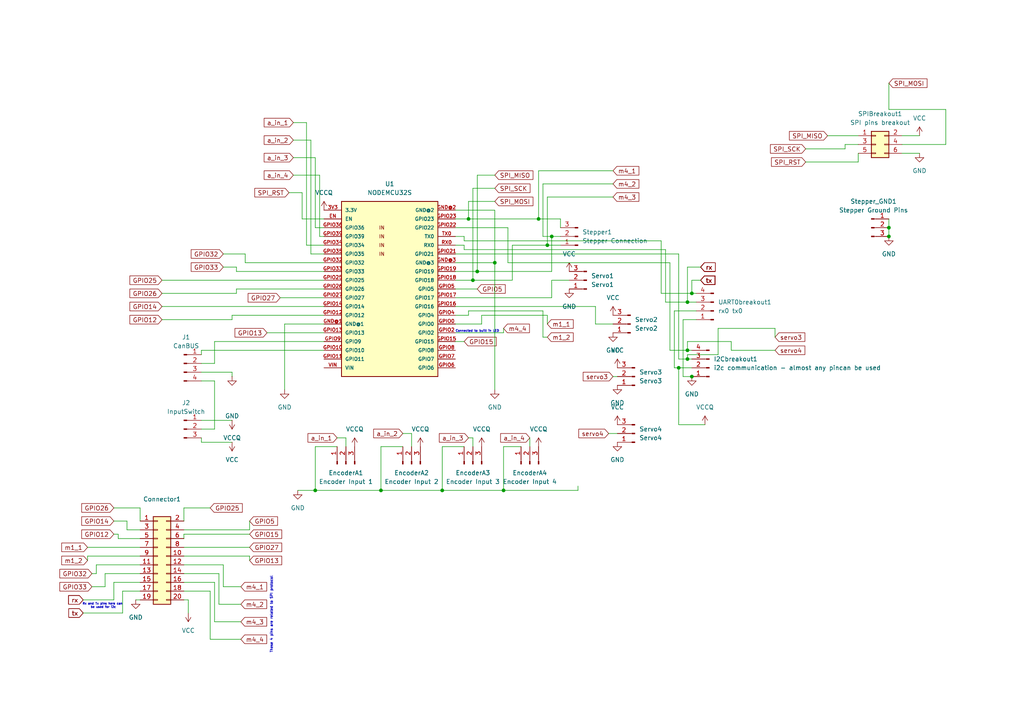
<source format=kicad_sch>
(kicad_sch (version 20231120) (generator "eeschema") (generator_version "8.0")
  (paper "A4")
  (lib_symbols
    (symbol "Connector:Conn_01x03_Pin" (pin_names (offset 1.016) hide)
      (property "Reference" "J" (at 0 5.08 0))
      (property "Value" "Conn_01x03_Pin" (at 0 -5.08 0))
      (symbol "Conn_01x03_Pin_1_1"
        (polyline (pts (xy 1.27 -2.54) (xy 0.8636 -2.54)) (stroke (width 0.1524)))
        (polyline (pts (xy 1.27 0) (xy 0.8636 0)) (stroke (width 0.1524)))
        (polyline (pts (xy 1.27 2.54) (xy 0.8636 2.54)) (stroke (width 0.1524)))
        (rectangle (start 0.8636 -2.413) (end 0 -2.667) (stroke (width 0.1524)) (fill (type outline)))
        (rectangle (start 0.8636 0.127) (end 0 -0.127) (stroke (width 0.1524)) (fill (type outline)))
        (rectangle (start 0.8636 2.667) (end 0 2.413) (stroke (width 0.1524)) (fill (type outline)))
        (pin passive line (at 5.08 2.54 180) (length 3.81) (name "Pin_1") (number "1"))
        (pin passive line (at 5.08 0 180) (length 3.81) (name "Pin_2") (number "2"))
        (pin passive line (at 5.08 -2.54 180) (length 3.81) (name "Pin_3") (number "3"))
      )
    )
    (symbol "Connector:Conn_01x04_Pin" (pin_names (offset 1.016) hide)
      (property "Reference" "J" (at 0 5.08 0))
      (property "Value" "Conn_01x04_Pin" (at 0 -7.62 0))
      (symbol "Conn_01x04_Pin_1_1"
        (polyline (pts (xy 1.27 -5.08) (xy 0.8636 -5.08)) (stroke (width 0.1524)))
        (polyline (pts (xy 1.27 -2.54) (xy 0.8636 -2.54)) (stroke (width 0.1524)))
        (polyline (pts (xy 1.27 0) (xy 0.8636 0)) (stroke (width 0.1524)))
        (polyline (pts (xy 1.27 2.54) (xy 0.8636 2.54)) (stroke (width 0.1524)))
        (rectangle (start 0.8636 -4.953) (end 0 -5.207) (stroke (width 0.1524)) (fill (type outline)))
        (rectangle (start 0.8636 -2.413) (end 0 -2.667) (stroke (width 0.1524)) (fill (type outline)))
        (rectangle (start 0.8636 0.127) (end 0 -0.127) (stroke (width 0.1524)) (fill (type outline)))
        (rectangle (start 0.8636 2.667) (end 0 2.413) (stroke (width 0.1524)) (fill (type outline)))
        (pin passive line (at 5.08 2.54 180) (length 3.81) (name "Pin_1") (number "1"))
        (pin passive line (at 5.08 0 180) (length 3.81) (name "Pin_2") (number "2"))
        (pin passive line (at 5.08 -2.54 180) (length 3.81) (name "Pin_3") (number "3"))
        (pin passive line (at 5.08 -5.08 180) (length 3.81) (name "Pin_4") (number "4"))
      )
    )
    (symbol "Connector_Generic:Conn_02x03_Odd_Even" (pin_names (offset 1.016) hide)
      (property "Reference" "J" (at 1.27 5.08 0))
      (property "Value" "Conn_02x03_Odd_Even" (at 1.27 -5.08 0))
      (symbol "Conn_02x03_Odd_Even_1_1"
        (rectangle (start -1.27 -2.413) (end 0 -2.667) (stroke (width 0.1524)))
        (rectangle (start -1.27 0.127) (end 0 -0.127) (stroke (width 0.1524)))
        (rectangle (start -1.27 2.667) (end 0 2.413) (stroke (width 0.1524)))
        (rectangle (start -1.27 3.81) (end 3.81 -3.81) (stroke (width 0.254)) (fill (type background)))
        (rectangle (start 3.81 -2.413) (end 2.54 -2.667) (stroke (width 0.1524)))
        (rectangle (start 3.81 0.127) (end 2.54 -0.127) (stroke (width 0.1524)))
        (rectangle (start 3.81 2.667) (end 2.54 2.413) (stroke (width 0.1524)))
        (pin passive line (at -5.08 2.54 0) (length 3.81) (name "Pin_1") (number "1"))
        (pin passive line (at 7.62 2.54 180) (length 3.81) (name "Pin_2") (number "2"))
        (pin passive line (at -5.08 0 0) (length 3.81) (name "Pin_3") (number "3"))
        (pin passive line (at 7.62 0 180) (length 3.81) (name "Pin_4") (number "4"))
        (pin passive line (at -5.08 -2.54 0) (length 3.81) (name "Pin_5") (number "5"))
        (pin passive line (at 7.62 -2.54 180) (length 3.81) (name "Pin_6") (number "6"))
      )
    )
    (symbol "Connector_Generic:Conn_02x10_Odd_Even" (pin_names (offset 1.016) hide)
      (property "Reference" "J" (at 1.27 12.7 0))
      (property "Value" "Conn_02x10_Odd_Even" (at 1.27 -15.24 0))
      (symbol "Conn_02x10_Odd_Even_1_1"
        (rectangle (start -1.27 -12.573) (end 0 -12.827) (stroke (width 0.1524)))
        (rectangle (start -1.27 -10.033) (end 0 -10.287) (stroke (width 0.1524)))
        (rectangle (start -1.27 -7.493) (end 0 -7.747) (stroke (width 0.1524)))
        (rectangle (start -1.27 -4.953) (end 0 -5.207) (stroke (width 0.1524)))
        (rectangle (start -1.27 -2.413) (end 0 -2.667) (stroke (width 0.1524)))
        (rectangle (start -1.27 0.127) (end 0 -0.127) (stroke (width 0.1524)))
        (rectangle (start -1.27 2.667) (end 0 2.413) (stroke (width 0.1524)))
        (rectangle (start -1.27 5.207) (end 0 4.953) (stroke (width 0.1524)))
        (rectangle (start -1.27 7.747) (end 0 7.493) (stroke (width 0.1524)))
        (rectangle (start -1.27 10.287) (end 0 10.033) (stroke (width 0.1524)))
        (rectangle (start -1.27 11.43) (end 3.81 -13.97) (stroke (width 0.254)) (fill (type background)))
        (rectangle (start 3.81 -12.573) (end 2.54 -12.827) (stroke (width 0.1524)))
        (rectangle (start 3.81 -10.033) (end 2.54 -10.287) (stroke (width 0.1524)))
        (rectangle (start 3.81 -7.493) (end 2.54 -7.747) (stroke (width 0.1524)))
        (rectangle (start 3.81 -4.953) (end 2.54 -5.207) (stroke (width 0.1524)))
        (rectangle (start 3.81 -2.413) (end 2.54 -2.667) (stroke (width 0.1524)))
        (rectangle (start 3.81 0.127) (end 2.54 -0.127) (stroke (width 0.1524)))
        (rectangle (start 3.81 2.667) (end 2.54 2.413) (stroke (width 0.1524)))
        (rectangle (start 3.81 5.207) (end 2.54 4.953) (stroke (width 0.1524)))
        (rectangle (start 3.81 7.747) (end 2.54 7.493) (stroke (width 0.1524)))
        (rectangle (start 3.81 10.287) (end 2.54 10.033) (stroke (width 0.1524)))
        (pin passive line (at -5.08 10.16 0) (length 3.81) (name "Pin_1") (number "1"))
        (pin passive line (at 7.62 0 180) (length 3.81) (name "Pin_10") (number "10"))
        (pin passive line (at -5.08 -2.54 0) (length 3.81) (name "Pin_11") (number "11"))
        (pin passive line (at 7.62 -2.54 180) (length 3.81) (name "Pin_12") (number "12"))
        (pin passive line (at -5.08 -5.08 0) (length 3.81) (name "Pin_13") (number "13"))
        (pin passive line (at 7.62 -5.08 180) (length 3.81) (name "Pin_14") (number "14"))
        (pin passive line (at -5.08 -7.62 0) (length 3.81) (name "Pin_15") (number "15"))
        (pin passive line (at 7.62 -7.62 180) (length 3.81) (name "Pin_16") (number "16"))
        (pin passive line (at -5.08 -10.16 0) (length 3.81) (name "Pin_17") (number "17"))
        (pin passive line (at 7.62 -10.16 180) (length 3.81) (name "Pin_18") (number "18"))
        (pin passive line (at -5.08 -12.7 0) (length 3.81) (name "Pin_19") (number "19"))
        (pin passive line (at 7.62 10.16 180) (length 3.81) (name "Pin_2") (number "2"))
        (pin passive line (at 7.62 -12.7 180) (length 3.81) (name "Pin_20") (number "20"))
        (pin passive line (at -5.08 7.62 0) (length 3.81) (name "Pin_3") (number "3"))
        (pin passive line (at 7.62 7.62 180) (length 3.81) (name "Pin_4") (number "4"))
        (pin passive line (at -5.08 5.08 0) (length 3.81) (name "Pin_5") (number "5"))
        (pin passive line (at 7.62 5.08 180) (length 3.81) (name "Pin_6") (number "6"))
        (pin passive line (at -5.08 2.54 0) (length 3.81) (name "Pin_7") (number "7"))
        (pin passive line (at 7.62 2.54 180) (length 3.81) (name "Pin_8") (number "8"))
        (pin passive line (at -5.08 0 0) (length 3.81) (name "Pin_9") (number "9"))
      )
    )
    (symbol "GND_1" (power) (pin_numbers hide) (pin_names (offset 0) hide)
      (property "Value" "GND" (at 0 -3.81 0))
      (symbol "GND_1_0_1"
        (polyline (pts (xy 0 0) (xy 0 -1.27) (xy 1.27 -1.27) (xy 0 -2.54) (xy -1.27 -1.27) (xy 0 -1.27)))
      )
      (symbol "GND_1_1_1"
        (pin power_in line (at 0 0 270) (length 0) (name "~") (number "1"))
      )
    )
    (symbol "GND_2" (power) (pin_numbers hide) (pin_names (offset 0) hide)
      (property "Value" "GND" (at 0 -3.81 0))
      (symbol "GND_2_0_1"
        (polyline (pts (xy 0 0) (xy 0 -1.27) (xy 1.27 -1.27) (xy 0 -2.54) (xy -1.27 -1.27) (xy 0 -1.27)))
      )
      (symbol "GND_2_1_1"
        (pin power_in line (at 0 0 270) (length 0) (name "~") (number "1"))
      )
    )
    (symbol "NODEMCU32S:NODEMCU32S" (pin_names (offset 1.016))
      (property "Reference" "U" (at -12.7 22.86 0))
      (property "Value" "NODEMCU32S" (at -12.7 -30.48 0))
      (symbol "NODEMCU32S_0_0"
        (rectangle (start -12.7 -27.94) (end 15.24 22.86) (stroke (width 0.254)) (fill (type background)))
        (text "IN" (at -1.905 7.62 0) (effects (font (size 1.016 1.016)) (justify left)))
        (text "IN" (at -1.905 10.16 0) (effects (font (size 1.016 1.016)) (justify left)))
        (text "IN" (at -1.905 12.7 0) (effects (font (size 1.016 1.016)) (justify left)))
        (text "IN" (at -1.905 15.24 0) (effects (font (size 1.016 1.016)) (justify left)))
        (pin bidirectional line (at -17.78 20.32 0) (length 5.08) (name "3.3V") (number "3V3"))
        (pin bidirectional line (at -17.78 17.78 0) (length 5.08) (name "EN") (number "EN"))
        (pin bidirectional line (at -17.78 -12.7 0) (length 5.08) (name "GND@1") (number "GND@1"))
        (pin bidirectional line (at 20.32 20.32 180) (length 5.08) (name "GND@2") (number "GND@2"))
        (pin bidirectional line (at 20.32 5.08 180) (length 5.08) (name "GND@3") (number "GND@3"))
        (pin bidirectional line (at 20.32 -12.7 180) (length 5.08) (name "GPIO0") (number "GPIO0"))
        (pin bidirectional line (at -17.78 -20.32 0) (length 5.08) (name "GPIO10") (number "GPIO10"))
        (pin bidirectional line (at -17.78 -22.86 0) (length 5.08) (name "GPIO11") (number "GPIO11"))
        (pin bidirectional line (at -17.78 -10.16 0) (length 5.08) (name "GPIO12") (number "GPIO12"))
        (pin bidirectional line (at -17.78 -15.24 0) (length 5.08) (name "GPIO13") (number "GPIO13"))
        (pin bidirectional line (at -17.78 -7.62 0) (length 5.08) (name "GPIO14") (number "GPIO14"))
        (pin bidirectional line (at 20.32 -17.78 180) (length 5.08) (name "GPIO15") (number "GPIO15"))
        (pin bidirectional line (at 20.32 -7.62 180) (length 5.08) (name "GPIO16") (number "GPIO16"))
        (pin bidirectional line (at 20.32 -5.08 180) (length 5.08) (name "GPIO17") (number "GPIO17"))
        (pin bidirectional line (at 20.32 0 180) (length 5.08) (name "GPIO18") (number "GPIO18"))
        (pin bidirectional line (at 20.32 2.54 180) (length 5.08) (name "GPIO19") (number "GPIO19"))
        (pin bidirectional line (at 20.32 -15.24 180) (length 5.08) (name "GPIO2") (number "GPIO2"))
        (pin bidirectional line (at 20.32 7.62 180) (length 5.08) (name "GPIO21") (number "GPIO21"))
        (pin bidirectional line (at 20.32 15.24 180) (length 5.08) (name "GPIO22") (number "GPIO22"))
        (pin bidirectional line (at 20.32 17.78 180) (length 5.08) (name "GPIO23") (number "GPIO23"))
        (pin bidirectional line (at -17.78 0 0) (length 5.08) (name "GPIO25") (number "GPIO25"))
        (pin bidirectional line (at -17.78 -2.54 0) (length 5.08) (name "GPIO26") (number "GPIO26"))
        (pin bidirectional line (at -17.78 -5.08 0) (length 5.08) (name "GPIO27") (number "GPIO27"))
        (pin bidirectional line (at -17.78 5.08 0) (length 5.08) (name "GPIO32") (number "GPIO32"))
        (pin bidirectional line (at -17.78 2.54 0) (length 5.08) (name "GPIO33") (number "GPIO33"))
        (pin input line (at -17.78 10.16 0) (length 5.08) (name "GPIO34") (number "GPIO34"))
        (pin input line (at -17.78 7.62 0) (length 5.08) (name "GPIO35") (number "GPIO35"))
        (pin input line (at -17.78 15.24 0) (length 5.08) (name "GPIO36") (number "GPIO36"))
        (pin input line (at -17.78 12.7 0) (length 5.08) (name "GPIO39") (number "GPIO39"))
        (pin bidirectional line (at 20.32 -10.16 180) (length 5.08) (name "GPIO4") (number "GPIO4"))
        (pin bidirectional line (at 20.32 -2.54 180) (length 5.08) (name "GPIO5") (number "GPIO5"))
        (pin bidirectional line (at 20.32 -25.4 180) (length 5.08) (name "GPIO6") (number "GPIO6"))
        (pin bidirectional line (at 20.32 -22.86 180) (length 5.08) (name "GPIO7") (number "GPIO7"))
        (pin bidirectional line (at 20.32 -20.32 180) (length 5.08) (name "GPIO8") (number "GPIO8"))
        (pin bidirectional line (at -17.78 -17.78 0) (length 5.08) (name "GPIO9") (number "GPIO9"))
        (pin bidirectional line (at 20.32 10.16 180) (length 5.08) (name "RX0") (number "RX0"))
        (pin bidirectional line (at 20.32 12.7 180) (length 5.08) (name "TX0") (number "TX0"))
        (pin bidirectional line (at -17.78 -25.4 0) (length 5.08) (name "VIN") (number "VIN"))
      )
    )
    (symbol "VCCQ_1" (power) (pin_numbers hide) (pin_names (offset 0) hide)
      (property "Value" "VCCQ" (at 0 3.556 0))
      (symbol "VCCQ_1_0_1"
        (polyline (pts (xy -0.762 1.27) (xy 0 2.54)))
        (polyline (pts (xy 0 0) (xy 0 2.54)))
        (polyline (pts (xy 0 2.54) (xy 0.762 1.27)))
      )
      (symbol "VCCQ_1_1_1"
        (pin power_in line (at 0 0 90) (length 0) (name "~") (number "1"))
      )
    )
    (symbol "VCC_1" (power) (pin_numbers hide) (pin_names (offset 0) hide)
      (property "Value" "VCC" (at 0 3.556 0))
      (symbol "VCC_1_0_1"
        (polyline (pts (xy -0.762 1.27) (xy 0 2.54)))
        (polyline (pts (xy 0 0) (xy 0 2.54)))
        (polyline (pts (xy 0 2.54) (xy 0.762 1.27)))
      )
      (symbol "VCC_1_1_1"
        (pin power_in line (at 0 0 90) (length 0) (name "~") (number "1"))
      )
    )
    (symbol "VCC_2" (power) (pin_numbers hide) (pin_names (offset 0) hide)
      (property "Value" "VCC" (at 0 3.556 0))
      (symbol "VCC_2_0_1"
        (polyline (pts (xy -0.762 1.27) (xy 0 2.54)))
        (polyline (pts (xy 0 0) (xy 0 2.54)))
        (polyline (pts (xy 0 2.54) (xy 0.762 1.27)))
      )
      (symbol "VCC_2_1_1"
        (pin power_in line (at 0 0 90) (length 0) (name "~") (number "1"))
      )
    )
    (symbol "power:GND" (power) (pin_names (offset 0))
      (property "Value" "GND" (at 0 -3.81 0))
      (symbol "GND_0_1"
        (polyline (pts (xy 0 0) (xy 0 -1.27) (xy 1.27 -1.27) (xy 0 -2.54) (xy -1.27 -1.27) (xy 0 -1.27)))
      )
      (symbol "GND_1_1"
        (pin power_in line (at 0 0 270) (length 0) hide (name "GND") (number "1"))
      )
    )
    (symbol "power:VCC" (power) (pin_names (offset 0))
      (property "Value" "VCC" (at 0 3.81 0))
      (symbol "VCC_0_1"
        (polyline (pts (xy -0.762 1.27) (xy 0 2.54)))
        (polyline (pts (xy 0 0) (xy 0 2.54)))
        (polyline (pts (xy 0 2.54) (xy 0.762 1.27)))
      )
      (symbol "VCC_1_1"
        (pin power_in line (at 0 0 90) (length 0) hide (name "VCC") (number "1"))
      )
    )
    (symbol "power:VCCQ" (power) (pin_names (offset 0))
      (property "Value" "VCCQ" (at 0 3.81 0))
      (symbol "VCCQ_0_1"
        (polyline (pts (xy -0.762 1.27) (xy 0 2.54)))
        (polyline (pts (xy 0 0) (xy 0 2.54)))
        (polyline (pts (xy 0 2.54) (xy 0.762 1.27)))
      )
      (symbol "VCCQ_1_1"
        (pin power_in line (at 0 0 90) (length 0) hide (name "VCCQ") (number "1"))
      )
    )
  )
  (junction (at 196.85 106.68))
  (junction (at 200.66 109.22))
  (junction (at 158.75 71.12))
  (junction (at 257.81 66.04))
  (junction (at 199.39 87.63))
  (junction (at 200.66 85.09))
  (junction (at 91.44 142.24))
  (junction (at 257.81 68.58))
  (junction (at 143.51 76.2))
  (junction (at 137.16 81.28))
  (junction (at 156.21 63.5))
  (junction (at 160.02 68.58))
  (junction (at 138.43 78.74))
  (junction (at 146.05 142.24))
  (junction (at 199.39 101.6))
  (junction (at 110.49 142.24))
  (junction (at 135.89 63.5))
  (junction (at 128.27 142.24))
  (junction (at 199.39 104.14))
  (wire (pts (xy 261.62 39.37) (xy 266.7 39.37)))
  (wire (pts (xy 64.77 163.83) (xy 53.34 163.83)))
  (wire (pts (xy 33.02 168.91) (xy 40.64 168.91)))
  (wire (pts (xy 40.64 161.29) (xy 25.4 161.29)))
  (wire (pts (xy 90.17 73.66) (xy 93.98 73.66)))
  (wire (pts (xy 85.09 45.72) (xy 91.44 45.72)))
  (wire (pts (xy 116.84 129.54) (xy 110.49 129.54)))
  (wire (pts (xy 143.51 50.8) (xy 138.43 50.8)))
  (wire (pts (xy 132.08 88.9) (xy 172.72 88.9)))
  (wire (pts (xy 24.13 173.99) (xy 33.02 173.99)))
  (wire (pts (xy 100.33 127) (xy 100.33 129.54)))
  (wire (pts (xy 158.75 57.15) (xy 158.75 71.12)))
  (wire (pts (xy 198.12 92.71) (xy 198.12 109.22)))
  (wire (pts (xy 67.31 92.71) (xy 46.99 92.71)))
  (wire (pts (xy 195.58 90.17) (xy 195.58 106.68)))
  (wire (pts (xy 135.89 127) (xy 137.16 127)))
  (wire (pts (xy 93.98 78.74) (xy 68.58 78.74)))
  (wire (pts (xy 87.63 63.5) (xy 93.98 63.5)))
  (wire (pts (xy 128.27 142.24) (xy 146.05 142.24)))
  (wire (pts (xy 67.31 107.95) (xy 67.31 109.22)))
  (wire (pts (xy 53.34 158.75) (xy 72.39 158.75)))
  (wire (pts (xy 64.77 77.47) (xy 68.58 77.47)))
  (wire (pts (xy 135.89 63.5) (xy 156.21 63.5)))
  (wire (pts (xy 199.39 102.87) (xy 199.39 104.14)))
  (wire (pts (xy 158.75 71.12) (xy 148.59 71.12)))
  (wire (pts (xy 194.31 101.6) (xy 194.31 76.2)))
  (wire (pts (xy 245.11 43.18) (xy 245.11 41.91)))
  (wire (pts (xy 88.9 35.56) (xy 88.9 71.12)))
  (wire (pts (xy 71.12 76.2) (xy 93.98 76.2)))
  (wire (pts (xy 160.02 68.58) (xy 162.56 68.58)))
  (wire (pts (xy 39.37 173.99) (xy 40.64 173.99)))
  (wire (pts (xy 274.32 41.91) (xy 261.62 41.91)))
  (wire (pts (xy 62.23 110.49) (xy 62.23 124.46)))
  (wire (pts (xy 91.44 45.72) (xy 91.44 66.04)))
  (wire (pts (xy 177.8 49.53) (xy 156.21 49.53)))
  (wire (pts (xy 77.47 96.52) (xy 93.98 96.52)))
  (wire (pts (xy 172.72 93.98) (xy 177.8 93.98)))
  (wire (pts (xy 58.42 110.49) (xy 62.23 110.49)))
  (wire (pts (xy 83.82 55.88) (xy 87.63 55.88)))
  (wire (pts (xy 153.67 127) (xy 153.67 129.54)))
  (wire (pts (xy 93.98 91.44) (xy 67.31 91.44)))
  (wire (pts (xy 132.08 86.36) (xy 160.02 86.36)))
  (wire (pts (xy 53.34 153.67) (xy 72.39 153.67)))
  (wire (pts (xy 93.98 99.06) (xy 62.23 99.06)))
  (wire (pts (xy 46.99 88.9) (xy 93.98 88.9)))
  (wire (pts (xy 53.34 161.29) (xy 72.39 161.29)))
  (wire (pts (xy 91.44 66.04) (xy 93.98 66.04)))
  (wire (pts (xy 158.75 91.44) (xy 158.75 93.98)))
  (wire (pts (xy 58.42 101.6) (xy 58.42 102.87)))
  (wire (pts (xy 245.11 41.91) (xy 248.92 41.91)))
  (wire (pts (xy 93.98 101.6) (xy 58.42 101.6)))
  (wire (pts (xy 62.23 180.34) (xy 62.23 168.91)))
  (wire (pts (xy 132.08 63.5) (xy 135.89 63.5)))
  (wire (pts (xy 191.77 69.85) (xy 134.62 69.85)))
  (wire (pts (xy 132.08 78.74) (xy 138.43 78.74)))
  (wire (pts (xy 34.29 154.94) (xy 33.02 154.94)))
  (wire (pts (xy 58.42 121.92) (xy 67.31 121.92)))
  (wire (pts (xy 135.89 91.44) (xy 135.89 90.17)))
  (wire (pts (xy 201.93 87.63) (xy 199.39 87.63)))
  (wire (pts (xy 40.64 147.32) (xy 33.02 147.32)))
  (wire (pts (xy 160.02 81.28) (xy 165.1 81.28)))
  (wire (pts (xy 274.32 31.75) (xy 274.32 41.91)))
  (wire (pts (xy 132.08 81.28) (xy 137.16 81.28)))
  (wire (pts (xy 58.42 128.27) (xy 58.42 127)))
  (wire (pts (xy 72.39 154.94) (xy 53.34 154.94)))
  (wire (pts (xy 81.28 86.36) (xy 93.98 86.36)))
  (wire (pts (xy 68.58 77.47) (xy 68.58 78.74)))
  (wire (pts (xy 60.96 185.42) (xy 69.85 185.42)))
  (wire (pts (xy 134.62 69.85) (xy 134.62 68.58)))
  (wire (pts (xy 156.21 49.53) (xy 156.21 63.5)))
  (wire (pts (xy 160.02 86.36) (xy 160.02 81.28)))
  (wire (pts (xy 88.9 71.12) (xy 93.98 71.12)))
  (wire (pts (xy 53.34 151.13) (xy 53.34 147.32)))
  (wire (pts (xy 196.85 73.66) (xy 196.85 104.14)))
  (wire (pts (xy 40.64 171.45) (xy 35.56 171.45)))
  (wire (pts (xy 30.48 170.18) (xy 30.48 166.37)))
  (wire (pts (xy 199.39 87.63) (xy 193.04 87.63)))
  (wire (pts (xy 132.08 76.2) (xy 143.51 76.2)))
  (wire (pts (xy 33.02 173.99) (xy 33.02 168.91)))
  (wire (pts (xy 116.84 125.73) (xy 119.38 125.73)))
  (wire (pts (xy 177.8 109.22) (xy 179.07 109.22)))
  (wire (pts (xy 26.67 170.18) (xy 30.48 170.18)))
  (wire (pts (xy 119.38 125.73) (xy 119.38 129.54)))
  (wire (pts (xy 90.17 40.64) (xy 90.17 73.66)))
  (wire (pts (xy 132.08 96.52) (xy 146.05 96.52)))
  (wire (pts (xy 93.98 83.82) (xy 68.58 83.82)))
  (wire (pts (xy 199.39 104.14) (xy 200.66 104.14)))
  (wire (pts (xy 34.29 156.21) (xy 34.29 154.94)))
  (wire (pts (xy 30.48 166.37) (xy 40.64 166.37)))
  (wire (pts (xy 157.48 68.58) (xy 160.02 68.58)))
  (wire (pts (xy 53.34 147.32) (xy 60.96 147.32)))
  (wire (pts (xy 212.09 99.06) (xy 199.39 99.06)))
  (wire (pts (xy 177.8 53.34) (xy 157.48 53.34)))
  (wire (pts (xy 58.42 107.95) (xy 67.31 107.95)))
  (wire (pts (xy 97.79 127) (xy 100.33 127)))
  (wire (pts (xy 257.81 63.5) (xy 257.81 66.04)))
  (wire (pts (xy 69.85 180.34) (xy 62.23 180.34)))
  (wire (pts (xy 224.79 97.79) (xy 224.79 95.25)))
  (wire (pts (xy 85.09 50.8) (xy 92.71 50.8)))
  (wire (pts (xy 40.64 156.21) (xy 34.29 156.21)))
  (wire (pts (xy 35.56 171.45) (xy 35.56 177.8)))
  (wire (pts (xy 257.81 31.75) (xy 274.32 31.75)))
  (wire (pts (xy 194.31 76.2) (xy 147.32 76.2)))
  (wire (pts (xy 203.2 81.28) (xy 200.66 81.28)))
  (wire (pts (xy 68.58 85.09) (xy 68.58 83.82)))
  (wire (pts (xy 139.7 91.44) (xy 158.75 91.44)))
  (wire (pts (xy 146.05 142.24) (xy 167.64 142.24)))
  (wire (pts (xy 137.16 127) (xy 137.16 129.54)))
  (wire (pts (xy 233.68 43.18) (xy 245.11 43.18)))
  (wire (pts (xy 248.92 46.99) (xy 248.92 44.45)))
  (wire (pts (xy 193.04 87.63) (xy 193.04 72.39)))
  (wire (pts (xy 63.5 175.26) (xy 69.85 175.26)))
  (wire (pts (xy 25.4 158.75) (xy 40.64 158.75)))
  (wire (pts (xy 92.71 68.58) (xy 93.98 68.58)))
  (wire (pts (xy 97.79 129.54) (xy 91.44 129.54)))
  (wire (pts (xy 24.13 177.8) (xy 35.56 177.8)))
  (wire (pts (xy 27.94 166.37) (xy 26.67 166.37)))
  (wire (pts (xy 143.51 60.96) (xy 143.51 76.2)))
  (wire (pts (xy 33.02 151.13) (xy 36.83 151.13)))
  (wire (pts (xy 160.02 78.74) (xy 160.02 68.58)))
  (wire (pts (xy 148.59 71.12) (xy 148.59 81.28)))
  (wire (pts (xy 134.62 68.58) (xy 132.08 68.58)))
  (wire (pts (xy 46.99 81.28) (xy 93.98 81.28)))
  (wire (pts (xy 172.72 88.9) (xy 172.72 93.98)))
  (wire (pts (xy 233.68 46.99) (xy 248.92 46.99)))
  (wire (pts (xy 71.12 73.66) (xy 71.12 76.2)))
  (wire (pts (xy 193.04 72.39) (xy 134.62 72.39)))
  (wire (pts (xy 143.51 54.61) (xy 137.16 54.61)))
  (wire (pts (xy 196.85 106.68) (xy 200.66 106.68)))
  (wire (pts (xy 82.55 93.98) (xy 93.98 93.98)))
  (wire (pts (xy 53.34 154.94) (xy 53.34 156.21)))
  (wire (pts (xy 62.23 105.41) (xy 58.42 105.41)))
  (wire (pts (xy 167.64 140.97) (xy 167.64 142.24)))
  (wire (pts (xy 139.7 93.98) (xy 139.7 91.44)))
  (wire (pts (xy 240.03 39.37) (xy 248.92 39.37)))
  (wire (pts (xy 27.94 163.83) (xy 27.94 166.37)))
  (wire (pts (xy 162.56 63.5) (xy 162.56 66.04)))
  (wire (pts (xy 201.93 90.17) (xy 195.58 90.17)))
  (wire (pts (xy 199.39 101.6) (xy 194.31 101.6)))
  (wire (pts (xy 53.34 166.37) (xy 63.5 166.37)))
  (wire (pts (xy 261.62 44.45) (xy 266.7 44.45)))
  (wire (pts (xy 68.58 85.09) (xy 46.99 85.09)))
  (wire (pts (xy 134.62 71.12) (xy 132.08 71.12)))
  (wire (pts (xy 62.23 168.91) (xy 53.34 168.91)))
  (wire (pts (xy 191.77 85.09) (xy 191.77 69.85)))
  (wire (pts (xy 72.39 161.29) (xy 72.39 162.56)))
  (wire (pts (xy 69.85 170.18) (xy 64.77 170.18)))
  (wire (pts (xy 64.77 170.18) (xy 64.77 163.83)))
  (wire (pts (xy 134.62 129.54) (xy 128.27 129.54)))
  (wire (pts (xy 60.96 171.45) (xy 60.96 185.42)))
  (wire (pts (xy 132.08 83.82) (xy 138.43 83.82)))
  (wire (pts (xy 135.89 58.42) (xy 135.89 63.5)))
  (wire (pts (xy 132.08 73.66) (xy 196.85 73.66)))
  (wire (pts (xy 87.63 55.88) (xy 87.63 63.5)))
  (wire (pts (xy 201.93 85.09) (xy 200.66 85.09)))
  (wire (pts (xy 199.39 77.47) (xy 203.2 77.47)))
  (wire (pts (xy 91.44 129.54) (xy 91.44 142.24)))
  (wire (pts (xy 63.5 166.37) (xy 63.5 175.26)))
  (wire (pts (xy 86.36 142.24) (xy 91.44 142.24)))
  (wire (pts (xy 157.48 97.79) (xy 158.75 97.79)))
  (wire (pts (xy 143.51 76.2) (xy 143.51 113.03)))
  (wire (pts (xy 67.31 128.27) (xy 58.42 128.27)))
  (wire (pts (xy 200.66 81.28) (xy 200.66 85.09)))
  (wire (pts (xy 138.43 50.8) (xy 138.43 78.74)))
  (wire (pts (xy 82.55 113.03) (xy 82.55 93.98)))
  (wire (pts (xy 132.08 93.98) (xy 139.7 93.98)))
  (wire (pts (xy 257.81 24.13) (xy 257.81 31.75)))
  (wire (pts (xy 138.43 78.74) (xy 160.02 78.74)))
  (wire (pts (xy 147.32 76.2) (xy 147.32 66.04)))
  (wire (pts (xy 204.47 123.19) (xy 196.85 123.19)))
  (wire (pts (xy 143.51 58.42) (xy 135.89 58.42)))
  (wire (pts (xy 199.39 99.06) (xy 199.39 101.6)))
  (wire (pts (xy 36.83 151.13) (xy 36.83 153.67)))
  (wire (pts (xy 208.28 102.87) (xy 199.39 102.87)))
  (wire (pts (xy 67.31 91.44) (xy 67.31 92.71)))
  (wire (pts (xy 147.32 66.04) (xy 132.08 66.04)))
  (wire (pts (xy 110.49 129.54) (xy 110.49 142.24)))
  (wire (pts (xy 199.39 87.63) (xy 199.39 77.47)))
  (wire (pts (xy 91.44 142.24) (xy 110.49 142.24)))
  (wire (pts (xy 36.83 153.67) (xy 40.64 153.67)))
  (wire (pts (xy 224.79 95.25) (xy 208.28 95.25)))
  (wire (pts (xy 201.93 92.71) (xy 198.12 92.71)))
  (wire (pts (xy 148.59 81.28) (xy 137.16 81.28)))
  (wire (pts (xy 156.21 63.5) (xy 162.56 63.5)))
  (wire (pts (xy 92.71 50.8) (xy 92.71 68.58)))
  (wire (pts (xy 25.4 161.29) (xy 25.4 162.56)))
  (wire (pts (xy 198.12 109.22) (xy 200.66 109.22)))
  (wire (pts (xy 110.49 142.24) (xy 128.27 142.24)))
  (wire (pts (xy 72.39 153.67) (xy 72.39 151.13)))
  (wire (pts (xy 40.64 151.13) (xy 40.64 147.32)))
  (wire (pts (xy 200.66 101.6) (xy 199.39 101.6)))
  (wire (pts (xy 212.09 101.6) (xy 212.09 99.06)))
  (wire (pts (xy 85.09 35.56) (xy 88.9 35.56)))
  (wire (pts (xy 62.23 99.06) (xy 62.23 105.41)))
  (wire (pts (xy 54.61 173.99) (xy 53.34 173.99)))
  (wire (pts (xy 53.34 171.45) (xy 60.96 171.45)))
  (wire (pts (xy 200.66 85.09) (xy 191.77 85.09)))
  (wire (pts (xy 62.23 124.46) (xy 58.42 124.46)))
  (wire (pts (xy 64.77 73.66) (xy 71.12 73.66)))
  (wire (pts (xy 54.61 177.8) (xy 54.61 173.99)))
  (wire (pts (xy 132.08 91.44) (xy 135.89 91.44)))
  (wire (pts (xy 85.09 40.64) (xy 90.17 40.64)))
  (wire (pts (xy 196.85 123.19) (xy 196.85 106.68)))
  (wire (pts (xy 162.56 71.12) (xy 158.75 71.12)))
  (wire (pts (xy 135.89 90.17) (xy 157.48 90.17)))
  (wire (pts (xy 157.48 53.34) (xy 157.48 68.58)))
  (wire (pts (xy 146.05 96.52) (xy 146.05 95.25)))
  (wire (pts (xy 157.48 90.17) (xy 157.48 97.79)))
  (wire (pts (xy 151.13 129.54) (xy 146.05 129.54)))
  (wire (pts (xy 40.64 163.83) (xy 27.94 163.83)))
  (wire (pts (xy 128.27 129.54) (xy 128.27 142.24)))
  (wire (pts (xy 195.58 106.68) (xy 196.85 106.68)))
  (wire (pts (xy 176.53 125.73) (xy 179.07 125.73)))
  (wire (pts (xy 208.28 95.25) (xy 208.28 102.87)))
  (wire (pts (xy 146.05 129.54) (xy 146.05 142.24)))
  (wire (pts (xy 134.62 72.39) (xy 134.62 71.12)))
  (wire (pts (xy 134.62 99.06) (xy 132.08 99.06)))
  (wire (pts (xy 224.79 101.6) (xy 212.09 101.6)))
  (wire (pts (xy 177.8 57.15) (xy 158.75 57.15)))
  (wire (pts (xy 132.08 60.96) (xy 143.51 60.96)))
  (wire (pts (xy 196.85 104.14) (xy 199.39 104.14)))
  (wire (pts (xy 257.81 66.04) (xy 257.81 68.58)))
  (wire (pts (xy 137.16 54.61) (xy 137.16 81.28)))
  (text "Connected to built in LED\n" (at 132.08 96.52 0) (effects (font (size 0.635 0.635)) (justify left bottom)))
  (text "Rx and Tx pins here can \nbe used for i2c" (at 29.972 175.768 0) (effects (font (size 0.6096 0.6096))))
  (text "These 4 pins are related to SPI protocol\n" (at 78.74 178.308 90) (effects (font (size 0.7112 0.7112))))
  (global_label "servo4" (shape input) (at 224.79 101.6 0) (property "Intersheetrefs" "${INTERSHEET_REFS}" (effects (hide yes))))
  (global_label "a_in_3" (shape input) (at 85.09 45.72 180) (property "Intersheetrefs" "${INTERSHEET_REFS}" (effects (hide yes))))
  (global_label "GPIO13" (shape input) (at 72.39 162.56 0) (property "Intersheetrefs" "${INTERSHEET_REFS}" (effects (hide yes))))
  (global_label "GPIO26" (shape input) (at 33.02 147.32 180) (property "Intersheetrefs" "${INTERSHEET_REFS}" (effects (hide yes))))
  (global_label "m4_3" (shape input) (at 177.8 57.15 0) (property "Intersheetrefs" "${INTERSHEET_REFS}" (effects (hide yes))))
  (global_label "rx" (shape input) (at 203.2 77.47 0) (property "Intersheetrefs" "${INTERSHEET_REFS}" (effects (hide yes))))
  (global_label "m1_2" (shape input) (at 158.75 97.79 0) (property "Intersheetrefs" "${INTERSHEET_REFS}" (effects (hide yes))))
  (global_label "a_in_1" (shape input) (at 97.79 127 180) (property "Intersheetrefs" "${INTERSHEET_REFS}" (effects (hide yes))))
  (global_label "m1_2" (shape input) (at 25.4 162.56 180) (property "Intersheetrefs" "${INTERSHEET_REFS}" (effects (hide yes))))
  (global_label "SPI_SCK" (shape input) (at 233.68 43.18 180) (property "Intersheetrefs" "${INTERSHEET_REFS}" (effects (hide yes))))
  (global_label "GPIO12" (shape input) (at 33.02 154.94 180) (property "Intersheetrefs" "${INTERSHEET_REFS}" (effects (hide yes))))
  (global_label "m4_1" (shape input) (at 177.8 49.53 0) (property "Intersheetrefs" "${INTERSHEET_REFS}" (effects (hide yes))))
  (global_label "m1_1" (shape input) (at 25.4 158.75 180) (property "Intersheetrefs" "${INTERSHEET_REFS}" (effects (hide yes))))
  (global_label "SPI_RST" (shape input) (at 233.68 46.99 180) (property "Intersheetrefs" "${INTERSHEET_REFS}" (effects (hide yes))))
  (global_label "a_in_2" (shape input) (at 85.09 40.64 180) (property "Intersheetrefs" "${INTERSHEET_REFS}" (effects (hide yes))))
  (global_label "SPI_MOSI" (shape input) (at 143.51 58.42 0) (property "Intersheetrefs" "${INTERSHEET_REFS}" (effects (hide yes))))
  (global_label "m4_4" (shape input) (at 146.05 95.25 0) (property "Intersheetrefs" "${INTERSHEET_REFS}" (effects (hide yes))))
  (global_label "SPI_RST" (shape input) (at 83.82 55.88 180) (property "Intersheetrefs" "${INTERSHEET_REFS}" (effects (hide yes))))
  (global_label "GPIO26" (shape input) (at 46.99 85.09 180) (property "Intersheetrefs" "${INTERSHEET_REFS}" (effects (hide yes))))
  (global_label "a_in_1" (shape input) (at 85.09 35.56 180) (property "Intersheetrefs" "${INTERSHEET_REFS}" (effects (hide yes))))
  (global_label "GPIO5" (shape input) (at 138.43 83.82 0) (property "Intersheetrefs" "${INTERSHEET_REFS}" (effects (hide yes))))
  (global_label "SPI_MISO" (shape input) (at 143.51 50.8 0) (property "Intersheetrefs" "${INTERSHEET_REFS}" (effects (hide yes))))
  (global_label "GPIO32" (shape input) (at 64.77 73.66 180) (property "Intersheetrefs" "${INTERSHEET_REFS}" (effects (hide yes))))
  (global_label "servo3" (shape input) (at 177.8 109.22 180) (property "Intersheetrefs" "${INTERSHEET_REFS}" (effects (hide yes))))
  (global_label "servo3" (shape input) (at 224.79 97.79 0) (property "Intersheetrefs" "${INTERSHEET_REFS}" (effects (hide yes))))
  (global_label "m1_1" (shape input) (at 158.75 93.98 0) (property "Intersheetrefs" "${INTERSHEET_REFS}" (effects (hide yes))))
  (global_label "tx" (shape input) (at 203.2 81.28 0) (property "Intersheetrefs" "${INTERSHEET_REFS}" (effects (hide yes))))
  (global_label "m4_2" (shape input) (at 69.85 175.26 0) (property "Intersheetrefs" "${INTERSHEET_REFS}" (effects (hide yes))))
  (global_label "m4_1" (shape input) (at 69.85 170.18 0) (property "Intersheetrefs" "${INTERSHEET_REFS}" (effects (hide yes))))
  (global_label "SPI_MISO" (shape input) (at 240.03 39.37 180) (property "Intersheetrefs" "${INTERSHEET_REFS}" (effects (hide yes))))
  (global_label "a_in_4" (shape input) (at 85.09 50.8 180) (property "Intersheetrefs" "${INTERSHEET_REFS}" (effects (hide yes))))
  (global_label "tx" (shape input) (at 203.2 81.28 0) (property "Intersheetrefs" "${INTERSHEET_REFS}" (effects (hide yes))))
  (global_label "m4_4" (shape input) (at 69.85 185.42 0) (property "Intersheetrefs" "${INTERSHEET_REFS}" (effects (hide yes))))
  (global_label "GPIO25" (shape input) (at 46.99 81.28 180) (property "Intersheetrefs" "${INTERSHEET_REFS}" (effects (hide yes))))
  (global_label "rx" (shape input) (at 203.2 77.47 0) (property "Intersheetrefs" "${INTERSHEET_REFS}" (effects (hide yes))))
  (global_label "SPI_MOSI" (shape input) (at 257.81 24.13 0) (property "Intersheetrefs" "${INTERSHEET_REFS}" (effects (hide yes))))
  (global_label "GPIO32" (shape input) (at 26.67 166.37 180) (property "Intersheetrefs" "${INTERSHEET_REFS}" (effects (hide yes))))
  (global_label "GPIO33" (shape input) (at 26.67 170.18 180) (property "Intersheetrefs" "${INTERSHEET_REFS}" (effects (hide yes))))
  (global_label "GPIO5" (shape input) (at 72.39 151.13 0) (property "Intersheetrefs" "${INTERSHEET_REFS}" (effects (hide yes))))
  (global_label "a_in_2" (shape input) (at 116.84 125.73 180) (property "Intersheetrefs" "${INTERSHEET_REFS}" (effects (hide yes))))
  (global_label "servo4" (shape input) (at 176.53 125.73 180) (property "Intersheetrefs" "${INTERSHEET_REFS}" (effects (hide yes))))
  (global_label "tx" (shape input) (at 203.2 81.28 0) (property "Intersheetrefs" "${INTERSHEET_REFS}" (effects (hide yes))))
  (global_label "tx" (shape input) (at 24.13 177.8 180) (property "Intersheetrefs" "${INTERSHEET_REFS}" (effects (hide yes))))
  (global_label "tx" (shape input) (at 203.2 81.28 0) (property "Intersheetrefs" "${INTERSHEET_REFS}" (effects (hide yes))))
  (global_label "rx" (shape input) (at 24.13 173.99 180) (property "Intersheetrefs" "${INTERSHEET_REFS}" (effects (hide yes))))
  (global_label "GPIO14" (shape input) (at 46.99 88.9 180) (property "Intersheetrefs" "${INTERSHEET_REFS}" (effects (hide yes))))
  (global_label "GPIO33" (shape input) (at 64.77 77.47 180) (property "Intersheetrefs" "${INTERSHEET_REFS}" (effects (hide yes))))
  (global_label "GPIO12" (shape input) (at 46.99 92.71 180) (property "Intersheetrefs" "${INTERSHEET_REFS}" (effects (hide yes))))
  (global_label "rx" (shape input) (at 203.2 77.47 0) (property "Intersheetrefs" "${INTERSHEET_REFS}" (effects (hide yes))))
  (global_label "m4_2" (shape input) (at 177.8 53.34 0) (property "Intersheetrefs" "${INTERSHEET_REFS}" (effects (hide yes))))
  (global_label "m4_3" (shape input) (at 69.85 180.34 0) (property "Intersheetrefs" "${INTERSHEET_REFS}" (effects (hide yes))))
  (global_label "GPIO13" (shape input) (at 77.47 96.52 180) (property "Intersheetrefs" "${INTERSHEET_REFS}" (effects (hide yes))))
  (global_label "tx" (shape input) (at 24.13 177.8 180) (property "Intersheetrefs" "${INTERSHEET_REFS}" (effects (hide yes))))
  (global_label "rx" (shape input) (at 24.13 173.99 180) (property "Intersheetrefs" "${INTERSHEET_REFS}" (effects (hide yes))))
  (global_label "GPIO25" (shape input) (at 60.96 147.32 0) (property "Intersheetrefs" "${INTERSHEET_REFS}" (effects (hide yes))))
  (global_label "a_in_3" (shape input) (at 135.89 127 180) (property "Intersheetrefs" "${INTERSHEET_REFS}" (effects (hide yes))))
  (global_label "GPIO15" (shape input) (at 134.62 99.06 0) (property "Intersheetrefs" "${INTERSHEET_REFS}" (effects (hide yes))))
  (global_label "GPIO27" (shape input) (at 81.28 86.36 180) (property "Intersheetrefs" "${INTERSHEET_REFS}" (effects (hide yes))))
  (global_label "GPIO27" (shape input) (at 72.39 158.75 0) (property "Intersheetrefs" "${INTERSHEET_REFS}" (effects (hide yes))))
  (global_label "rx" (shape input) (at 203.2 77.47 0) (property "Intersheetrefs" "${INTERSHEET_REFS}" (effects (hide yes))))
  (global_label "SPI_SCK" (shape input) (at 143.51 54.61 0) (property "Intersheetrefs" "${INTERSHEET_REFS}" (effects (hide yes))))
  (global_label "GPIO15" (shape input) (at 72.39 154.94 0) (property "Intersheetrefs" "${INTERSHEET_REFS}" (effects (hide yes))))
  (global_label "GPIO14" (shape input) (at 33.02 151.13 180) (property "Intersheetrefs" "${INTERSHEET_REFS}" (effects (hide yes))))
  (global_label "a_in_4" (shape input) (at 153.67 127 180) (property "Intersheetrefs" "${INTERSHEET_REFS}" (effects (hide yes))))
  (symbol (lib_id "power:VCC") (at 266.7 39.37 0) (unit 1)
    (property "Reference" "#PWR022" (effects (hide yes)))
    (property "Value" "VCC" (at 266.7 34.29 0))
  )
  (symbol (lib_id "power:GND") (at 179.07 111.76 0) (unit 1)
    (property "Reference" "#PWR016" (effects (hide yes)))
    (property "Value" "GND" (at 179.07 116.84 0))
  )
  (symbol (lib_id "power:GND") (at 86.36 142.24 0) (unit 1)
    (property "Reference" "#PWR04" (effects (hide yes)))
    (property "Value" "GND" (at 86.36 147.32 0))
  )
  (symbol (lib_name "VCC_1") (lib_id "power:VCC") (at 54.61 177.8 180) (unit 1)
    (property "Reference" "#PWR02" (effects (hide yes)))
    (property "Value" "VCC" (at 54.61 182.88 0))
    (property "Description" "Power symbol creates a global label with name \"VCC\"" (effects (hide yes)))
  )
  (symbol (lib_id "power:VCCQ") (at 156.21 129.54 0) (unit 1)
    (property "Reference" "#PWR010" (effects (hide yes)))
    (property "Value" "VCCQ" (at 156.21 124.46 0))
  )
  (symbol (lib_id "power:VCCQ") (at 121.92 129.54 0) (unit 1)
    (property "Reference" "#PWR07" (effects (hide yes)))
    (property "Value" "VCCQ" (at 121.92 124.46 0))
  )
  (symbol (lib_id "power:GND") (at 266.7 44.45 0) (unit 1)
    (property "Reference" "#PWR023" (effects (hide yes)))
    (property "Value" "GND" (at 266.7 49.53 0))
  )
  (symbol (lib_id "Connector:Conn_01x03_Pin") (at 53.34 124.46 0) (unit 1)
    (property "Reference" "J2" (at 53.975 116.84 0))
    (property "Value" "InputSwitch" (at 53.975 119.38 0))
    (property "Footprint" "Connector_PinHeader_2.54mm:PinHeader_1x03_P2.54mm_Vertical" (effects (hide yes)))
    (property "Description" "Generic connector, single row, 01x03, script generated" (effects (hide yes)))
  )
  (symbol (lib_id "power:VCCQ") (at 102.87 129.54 0) (unit 1)
    (property "Reference" "#PWR06" (effects (hide yes)))
    (property "Value" "VCCQ" (at 102.87 124.46 0))
  )
  (symbol (lib_id "power:GND") (at 177.8 96.52 0) (unit 1)
    (property "Reference" "#PWR014" (effects (hide yes)))
    (property "Value" "GND" (at 177.8 101.6 0))
  )
  (symbol (lib_id "Connector:Conn_01x03_Pin") (at 182.88 93.98 180) (unit 1)
    (property "Reference" "Servo2" (at 184.15 92.71 0) (effects (justify right)))
    (property "Value" "Servo2" (at 184.15 95.25 0) (effects (justify right)))
    (property "Footprint" "Connector_JST:JST_XH_B3B-XH-A_1x03_P2.50mm_Vertical" (effects (hide yes)))
  )
  (symbol (lib_name "VCC_2") (lib_id "power:VCC") (at 67.31 128.27 0) (mirror x) (unit 1)
    (property "Reference" "#PWR025" (effects (hide yes)))
    (property "Value" "VCC" (at 67.31 133.35 0))
    (property "Description" "Power symbol creates a global label with name \"VCC\"" (effects (hide yes)))
  )
  (symbol (lib_id "power:VCCQ") (at 93.98 60.96 0) (unit 1)
    (property "Reference" "#PWR05" (effects (hide yes)))
    (property "Value" "VCCQ" (at 93.98 55.88 0))
  )
  (symbol (lib_id "power:VCCQ") (at 204.47 123.19 0) (unit 1)
    (property "Reference" "#PWR020" (effects (hide yes)))
    (property "Value" "VCCQ" (at 204.47 118.11 0))
  )
  (symbol (lib_id "power:VCCQ") (at 139.7 129.54 0) (unit 1)
    (property "Reference" "#PWR08" (effects (hide yes)))
    (property "Value" "VCCQ" (at 139.7 124.46 0))
  )
  (symbol (lib_name "VCCQ_1") (lib_id "power:VCCQ") (at 67.31 121.92 0) (mirror x) (unit 1)
    (property "Reference" "#PWR026" (effects (hide yes)))
    (property "Value" "VCCQ" (at 67.31 127 0))
    (property "Description" "Power symbol creates a global label with name \"VCCQ\"" (effects (hide yes)))
  )
  (symbol (lib_id "Connector:Conn_01x03_Pin") (at 170.18 81.28 180) (unit 1)
    (property "Reference" "Servo1" (at 171.45 80.01 0) (effects (justify right)))
    (property "Value" "Servo1" (at 171.45 82.55 0) (effects (justify right)))
    (property "Footprint" "Connector_JST:JST_XH_B3B-XH-A_1x03_P2.50mm_Vertical" (effects (hide yes)))
  )
  (symbol (lib_id "power:GND") (at 165.1 83.82 0) (unit 1)
    (property "Reference" "#PWR012" (effects (hide yes)))
    (property "Value" "GND" (at 165.1 88.9 0))
  )
  (symbol (lib_id "Connector_Generic:Conn_02x10_Odd_Even") (at 45.72 161.29 0) (unit 1)
    (property "Reference" "Connector1" (at 46.99 144.78 0))
    (property "Value" "Connector" (effects (hide yes)))
    (property "Footprint" "Connector_PinHeader_2.54mm:PinHeader_2x10_P2.54mm_Horizontal" (effects (hide yes)))
    (property "Description" "Generic connector, double row, 02x10, odd/even pin numbering scheme (row 1 odd numbers, row 2 even numbers), script generated (kicad-library-utils/schlib/autogen/connector/)" (effects (hide yes)))
  )
  (symbol (lib_id "Connector:Conn_01x04_Pin") (at 207.01 90.17 180) (unit 1)
    (property "Reference" "UART0breakout1" (at 208.28 87.63 0) (effects (justify right)))
    (property "Value" "rx0 tx0" (at 208.28 90.17 0) (effects (justify right)))
    (property "Footprint" "Connector_JST:JST_XH_B4B-XH-A_1x04_P2.50mm_Vertical" (effects (hide yes)))
  )
  (symbol (lib_name "GND_1") (lib_id "power:GND") (at 39.37 173.99 0) (unit 1)
    (property "Reference" "#PWR01" (effects (hide yes)))
    (property "Value" "GND" (at 39.37 179.07 0))
    (property "Description" "Power symbol creates a global label with name \"GND\" , ground" (effects (hide yes)))
  )
  (symbol (lib_id "Connector:Conn_01x03_Pin") (at 167.64 68.58 180) (unit 1)
    (property "Reference" "Stepper1" (at 168.91 67.31 0) (effects (justify right)))
    (property "Value" "Stepper Connection" (at 168.91 69.85 0) (effects (justify right)))
    (property "Footprint" "Connector_JST:JST_XH_B3B-XH-A_1x03_P2.50mm_Vertical" (effects (hide yes)))
  )
  (symbol (lib_id "Connector:Conn_01x03_Pin") (at 252.73 66.04 0) (unit 1)
    (property "Reference" "Stepper_GND1" (at 253.365 58.42 0))
    (property "Value" "Stepper Ground Pins" (at 253.365 60.96 0))
    (property "Footprint" "Connector_JST:JST_XH_B3B-XH-A_1x03_P2.50mm_Vertical" (effects (hide yes)))
  )
  (symbol (lib_id "Connector_Generic:Conn_02x03_Odd_Even") (at 254 41.91 0) (unit 1)
    (property "Reference" "SPIBreakout1" (at 255.27 33.02 0))
    (property "Value" "SPI pins breakout" (at 255.27 35.56 0))
    (property "Footprint" "Connector_PinHeader_2.54mm:PinHeader_2x03_P2.54mm_Vertical" (effects (hide yes)))
  )
  (symbol (lib_id "Connector:Conn_01x03_Pin") (at 100.33 134.62 90) (unit 1)
    (property "Reference" "EncoderA1" (at 100.33 137.16 90))
    (property "Value" "Encoder Input 1" (at 100.33 139.7 90))
    (property "Footprint" "Connector_JST:JST_XH_B3B-XH-A_1x03_P2.50mm_Vertical" (effects (hide yes)))
  )
  (symbol (lib_id "Connector:Conn_01x04_Pin") (at 53.34 105.41 0) (unit 1)
    (property "Reference" "J1" (at 53.975 97.79 0))
    (property "Value" "CanBUS" (at 53.975 100.33 0))
    (property "Footprint" "Connector_PinSocket_2.54mm:PinSocket_1x04_P2.54mm_Horizontal" (effects (hide yes)))
    (property "Description" "Generic connector, single row, 01x04, script generated" (effects (hide yes)))
  )
  (symbol (lib_id "power:GND") (at 143.51 113.03 0) (unit 1)
    (property "Reference" "#PWR09" (effects (hide yes)))
    (property "Value" "GND" (at 143.51 118.11 0))
  )
  (symbol (lib_id "power:GND") (at 200.66 109.22 0) (unit 1)
    (property "Reference" "#PWR019" (effects (hide yes)))
    (property "Value" "GND" (at 200.66 114.3 0))
  )
  (symbol (lib_id "power:GND") (at 257.81 68.58 0) (unit 1)
    (property "Reference" "#PWR021" (effects (hide yes)))
    (property "Value" "GND" (at 257.81 73.66 0))
  )
  (symbol (lib_id "power:VCC") (at 177.8 91.44 0) (unit 1)
    (property "Reference" "#PWR013" (effects (hide yes)))
    (property "Value" "VCC" (at 177.8 86.36 0))
  )
  (symbol (lib_id "power:GND") (at 82.55 113.03 0) (unit 1)
    (property "Reference" "#PWR03" (effects (hide yes)))
    (property "Value" "GND" (at 82.55 118.11 0))
  )
  (symbol (lib_id "NODEMCU32S:NODEMCU32S") (at 111.76 81.28 0) (unit 1)
    (property "Reference" "U1" (at 113.03 53.34 0))
    (property "Value" "NODEMCU32S" (at 113.03 55.88 0))
    (property "Footprint" "NODEMCU32S:NODEMCU32S" (effects (hide yes)))
    (property "Description" "\nWIFI MODULE V1\n" (effects (hide yes)))
    (property "MF" "AI-Thinker" (effects (hide yes)))
    (property "Package" "Package" (effects (hide yes)))
    (property "Price" "None" (effects (hide yes)))
    (property "SnapEDA_Link" "https://www.snapeda.com/parts/NODEMCU-32S/AI-Thinker/view-part/?ref=snap" (effects (hide yes)))
    (property "MP" "NODEMCU-32S" (effects (hide yes)))
    (property "Availability" "Not in stock" (effects (hide yes)))
    (property "Check_prices" "https://www.snapeda.com/parts/NODEMCU-32S/AI-Thinker/view-part/?ref=eda" (effects (hide yes)))
  )
  (symbol (lib_id "Connector:Conn_01x03_Pin") (at 137.16 134.62 90) (unit 1)
    (property "Reference" "EncoderA3" (at 137.16 137.16 90))
    (property "Value" "Encoder Input 3" (at 137.16 139.7 90))
    (property "Footprint" "Connector_JST:JST_XH_B3B-XH-A_1x03_P2.50mm_Vertical" (effects (hide yes)))
  )
  (symbol (lib_id "Connector:Conn_01x03_Pin") (at 119.38 134.62 90) (unit 1)
    (property "Reference" "EncoderA2" (at 119.38 137.16 90))
    (property "Value" "Encoder Input 2" (at 119.38 139.7 90))
    (property "Footprint" "Connector_JST:JST_XH_B3B-XH-A_1x03_P2.50mm_Vertical" (effects (hide yes)))
  )
  (symbol (lib_id "power:VCC") (at 165.1 78.74 0) (unit 1)
    (property "Reference" "#PWR011" (effects (hide yes)))
    (property "Value" "VCC" (at 165.1 73.66 0))
  )
  (symbol (lib_id "power:VCC") (at 179.07 123.19 0) (unit 1)
    (property "Reference" "#PWR017" (effects (hide yes)))
    (property "Value" "VCC" (at 179.07 118.11 0))
  )
  (symbol (lib_id "Connector:Conn_01x03_Pin") (at 184.15 125.73 180) (unit 1)
    (property "Reference" "Servo4" (at 185.42 124.46 0) (effects (justify right)))
    (property "Value" "Servo4" (at 185.42 127 0) (effects (justify right)))
    (property "Footprint" "Connector_JST:JST_XH_B3B-XH-A_1x03_P2.50mm_Vertical" (effects (hide yes)))
  )
  (symbol (lib_name "GND_2") (lib_id "power:GND") (at 67.31 109.22 0) (unit 1)
    (property "Reference" "#PWR024" (effects (hide yes)))
    (property "Value" "GND" (at 67.31 120.65 0))
    (property "Description" "Power symbol creates a global label with name \"GND\" , ground" (effects (hide yes)))
  )
  (symbol (lib_id "Connector:Conn_01x04_Pin") (at 205.74 106.68 180) (unit 1)
    (property "Reference" "I2Cbreakout1" (at 207.01 104.14 0) (effects (justify right)))
    (property "Value" "i2c communication - almost any pincan be used" (at 207.01 106.68 0) (effects (justify right)))
    (property "Footprint" "Connector_JST:JST_XH_B4B-XH-A_1x04_P2.50mm_Vertical" (effects (hide yes)))
  )
  (symbol (lib_id "Connector:Conn_01x03_Pin") (at 153.67 134.62 90) (unit 1)
    (property "Reference" "EncoderA4" (at 153.67 137.16 90))
    (property "Value" "Encoder Input 4" (at 153.67 139.7 90))
    (property "Footprint" "Connector_JST:JST_XH_B3B-XH-A_1x03_P2.50mm_Vertical" (effects (hide yes)))
  )
  (symbol (lib_id "power:VCC") (at 179.07 106.68 0) (unit 1)
    (property "Reference" "#PWR015" (effects (hide yes)))
    (property "Value" "VCC" (at 179.07 101.6 0))
  )
  (symbol (lib_id "power:GND") (at 179.07 128.27 0) (unit 1)
    (property "Reference" "#PWR018" (effects (hide yes)))
    (property "Value" "GND" (at 179.07 133.35 0))
  )
  (symbol (lib_id "Connector:Conn_01x03_Pin") (at 184.15 109.22 180) (unit 1)
    (property "Reference" "Servo3" (at 185.42 107.95 0) (effects (justify right)))
    (property "Value" "Servo3" (at 185.42 110.49 0) (effects (justify right)))
    (property "Footprint" "Connector_JST:JST_XH_B3B-XH-A_1x03_P2.50mm_Vertical" (effects (hide yes)))
  )
)
</source>
